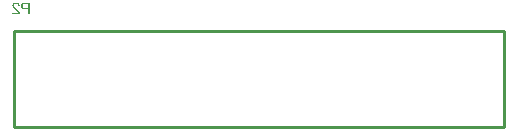
<source format=gbo>
G04*
G04 #@! TF.GenerationSoftware,Altium Limited,Altium Designer,19.1.8 (144)*
G04*
G04 Layer_Color=32896*
%FSLAX25Y25*%
%MOIN*%
G70*
G01*
G75*
%ADD10C,0.01000*%
G36*
X215217Y319589D02*
X215310Y319584D01*
X215398Y319567D01*
X215479Y319551D01*
X215556Y319529D01*
X215627Y319507D01*
X215692Y319480D01*
X215752Y319453D01*
X215807Y319425D01*
X215851Y319398D01*
X215889Y319376D01*
X215922Y319355D01*
X215949Y319338D01*
X215965Y319322D01*
X215976Y319316D01*
X215982Y319311D01*
X216036Y319256D01*
X216086Y319196D01*
X216135Y319131D01*
X216173Y319065D01*
X216238Y318934D01*
X216282Y318803D01*
X216298Y318743D01*
X216315Y318683D01*
X216326Y318634D01*
X216337Y318590D01*
X216342Y318552D01*
Y318525D01*
X216348Y318508D01*
Y318503D01*
X215873Y318454D01*
X215862Y318579D01*
X215840Y318688D01*
X215807Y318787D01*
X215769Y318863D01*
X215736Y318929D01*
X215703Y318972D01*
X215681Y319000D01*
X215670Y319010D01*
X215589Y319076D01*
X215501Y319125D01*
X215408Y319163D01*
X215326Y319185D01*
X215250Y319202D01*
X215185Y319207D01*
X215163Y319213D01*
X215130D01*
X215015Y319207D01*
X214912Y319185D01*
X214824Y319152D01*
X214748Y319120D01*
X214688Y319081D01*
X214650Y319054D01*
X214622Y319032D01*
X214611Y319021D01*
X214546Y318945D01*
X214497Y318868D01*
X214458Y318792D01*
X214437Y318716D01*
X214420Y318656D01*
X214415Y318601D01*
X214409Y318568D01*
Y318563D01*
Y318557D01*
X214420Y318459D01*
X214442Y318355D01*
X214480Y318263D01*
X214518Y318175D01*
X214562Y318104D01*
X214600Y318044D01*
X214611Y318022D01*
X214622Y318006D01*
X214633Y318000D01*
Y317995D01*
X214677Y317935D01*
X214731Y317875D01*
X214791Y317809D01*
X214857Y317744D01*
X214994Y317613D01*
X215130Y317482D01*
X215201Y317422D01*
X215261Y317367D01*
X215321Y317318D01*
X215370Y317274D01*
X215408Y317241D01*
X215441Y317214D01*
X215463Y317198D01*
X215469Y317192D01*
X215605Y317078D01*
X215731Y316968D01*
X215834Y316870D01*
X215916Y316788D01*
X215987Y316717D01*
X216036Y316668D01*
X216064Y316635D01*
X216075Y316630D01*
Y316624D01*
X216151Y316532D01*
X216211Y316444D01*
X216266Y316357D01*
X216309Y316281D01*
X216342Y316215D01*
X216364Y316166D01*
X216375Y316133D01*
X216380Y316128D01*
Y316122D01*
X216402Y316062D01*
X216413Y316007D01*
X216424Y315953D01*
X216429Y315904D01*
X216435Y315860D01*
Y315827D01*
Y315806D01*
Y315800D01*
X213929D01*
Y316248D01*
X215791D01*
X215725Y316340D01*
X215692Y316379D01*
X215665Y316417D01*
X215638Y316450D01*
X215616Y316472D01*
X215599Y316488D01*
X215594Y316493D01*
X215567Y316521D01*
X215534Y316548D01*
X215458Y316619D01*
X215370Y316701D01*
X215277Y316783D01*
X215190Y316854D01*
X215152Y316886D01*
X215119Y316919D01*
X215092Y316941D01*
X215070Y316957D01*
X215059Y316968D01*
X215054Y316974D01*
X214966Y317050D01*
X214879Y317121D01*
X214802Y317192D01*
X214731Y317252D01*
X214666Y317312D01*
X214611Y317367D01*
X214557Y317416D01*
X214513Y317460D01*
X214469Y317503D01*
X214437Y317536D01*
X214409Y317564D01*
X214382Y317591D01*
X214355Y317624D01*
X214344Y317635D01*
X214267Y317727D01*
X214202Y317809D01*
X214147Y317891D01*
X214104Y317957D01*
X214071Y318017D01*
X214049Y318060D01*
X214038Y318088D01*
X214033Y318099D01*
X214000Y318181D01*
X213978Y318263D01*
X213956Y318339D01*
X213945Y318404D01*
X213940Y318464D01*
X213934Y318508D01*
Y318535D01*
Y318546D01*
X213940Y318628D01*
X213951Y318705D01*
X213962Y318781D01*
X213983Y318847D01*
X214038Y318978D01*
X214093Y319081D01*
X214125Y319131D01*
X214153Y319169D01*
X214180Y319207D01*
X214207Y319234D01*
X214229Y319256D01*
X214240Y319278D01*
X214251Y319284D01*
X214256Y319289D01*
X214316Y319343D01*
X214382Y319393D01*
X214453Y319431D01*
X214524Y319464D01*
X214666Y319518D01*
X214808Y319556D01*
X214868Y319567D01*
X214928Y319578D01*
X214983Y319584D01*
X215026Y319589D01*
X215065Y319595D01*
X215119D01*
X215217Y319589D01*
D02*
G37*
G36*
X219700Y315800D02*
X219198D01*
Y317334D01*
X218231D01*
X218089Y317340D01*
X217953Y317351D01*
X217833Y317367D01*
X217723Y317389D01*
X217620Y317411D01*
X217532Y317438D01*
X217450Y317471D01*
X217379Y317503D01*
X217319Y317531D01*
X217265Y317564D01*
X217221Y317591D01*
X217188Y317618D01*
X217161Y317635D01*
X217145Y317651D01*
X217134Y317662D01*
X217128Y317667D01*
X217074Y317733D01*
X217025Y317798D01*
X216986Y317864D01*
X216948Y317935D01*
X216915Y318006D01*
X216894Y318071D01*
X216855Y318197D01*
X216844Y318257D01*
X216833Y318312D01*
X216828Y318361D01*
X216823Y318399D01*
X216817Y318437D01*
Y318459D01*
Y318475D01*
Y318481D01*
X216823Y318585D01*
X216833Y318683D01*
X216855Y318770D01*
X216872Y318847D01*
X216894Y318912D01*
X216915Y318961D01*
X216926Y318989D01*
X216932Y319000D01*
X216975Y319081D01*
X217030Y319152D01*
X217079Y319218D01*
X217128Y319267D01*
X217172Y319305D01*
X217205Y319338D01*
X217227Y319355D01*
X217237Y319360D01*
X217308Y319404D01*
X217390Y319442D01*
X217467Y319475D01*
X217538Y319502D01*
X217603Y319518D01*
X217653Y319529D01*
X217691Y319540D01*
X217702D01*
X217783Y319551D01*
X217876Y319562D01*
X217975Y319567D01*
X218068Y319573D01*
X218149Y319578D01*
X219700D01*
Y315800D01*
D02*
G37*
%LPC*%
G36*
X219198Y319131D02*
X218117D01*
X218018Y319125D01*
X217936Y319120D01*
X217871Y319114D01*
X217827Y319103D01*
X217794Y319098D01*
X217773Y319092D01*
X217767D01*
X217696Y319065D01*
X217636Y319032D01*
X217582Y319000D01*
X217532Y318961D01*
X217500Y318923D01*
X217472Y318896D01*
X217456Y318874D01*
X217450Y318868D01*
X217412Y318803D01*
X217379Y318738D01*
X217358Y318667D01*
X217347Y318606D01*
X217336Y318552D01*
X217330Y318503D01*
Y318475D01*
Y318470D01*
Y318464D01*
X217341Y318350D01*
X217363Y318251D01*
X217396Y318164D01*
X217434Y318093D01*
X217472Y318039D01*
X217505Y317995D01*
X217527Y317973D01*
X217538Y317962D01*
X217576Y317929D01*
X217625Y317902D01*
X217729Y317858D01*
X217844Y317826D01*
X217958Y317804D01*
X218062Y317793D01*
X218106Y317787D01*
X218144D01*
X218182Y317782D01*
X219198D01*
Y319131D01*
D02*
G37*
%LPD*%
D10*
X214400Y278000D02*
Y310000D01*
X377900Y278000D02*
Y310000D01*
X214400D02*
X377900D01*
X214400Y278000D02*
X377900D01*
M02*

</source>
